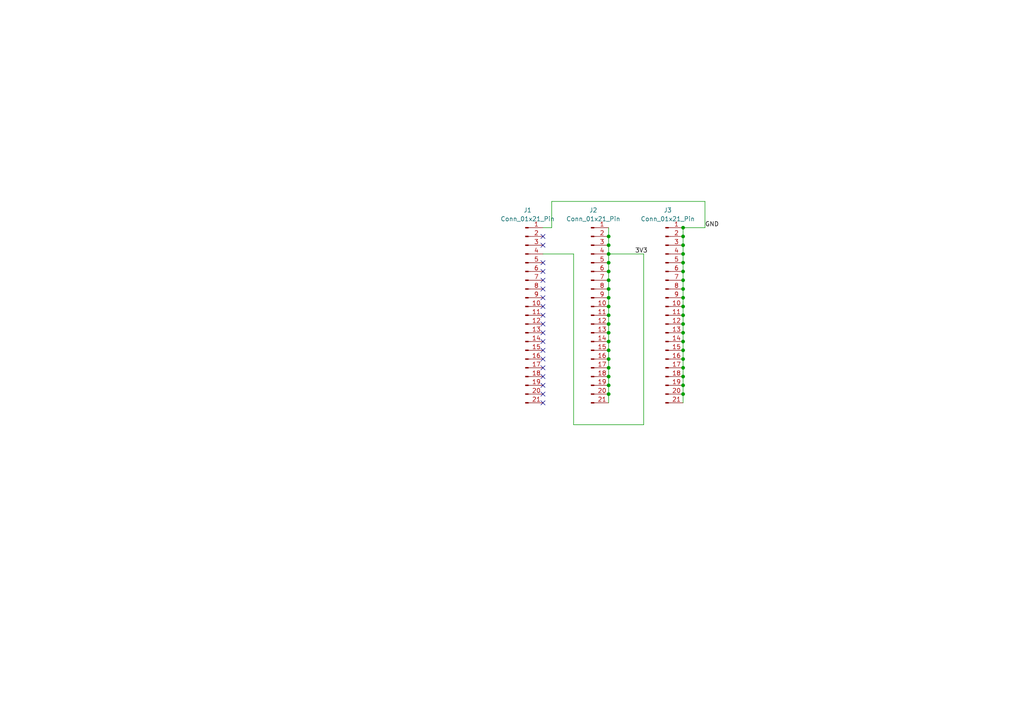
<source format=kicad_sch>
(kicad_sch (version 20231120) (generator "eeschema") (generator_version "8.0")
  (paper "A4")
  (title_block (title "BitMakeLab Kitronit Robotics Board Extension") (date "2024-05-24") (rev "1") (company "Think Create Learn"))
  (lib_symbols
    (symbol "Connector:Conn_01x21_Pin" (pin_names (offset 1.016) hide)
      (property "Reference" "J" (at 0 27.94 0))
      (property "Value" "Conn_01x21_Pin" (at 0 -27.94 0))
      (symbol "Conn_01x21_Pin_1_1"
        (polyline (pts (xy 1.27 -25.4) (xy 0.8636 -25.4)) (stroke (width 0.1524)))
        (polyline (pts (xy 1.27 -22.86) (xy 0.8636 -22.86)) (stroke (width 0.1524)))
        (polyline (pts (xy 1.27 -20.32) (xy 0.8636 -20.32)) (stroke (width 0.1524)))
        (polyline (pts (xy 1.27 -17.78) (xy 0.8636 -17.78)) (stroke (width 0.1524)))
        (polyline (pts (xy 1.27 -15.24) (xy 0.8636 -15.24)) (stroke (width 0.1524)))
        (polyline (pts (xy 1.27 -12.7) (xy 0.8636 -12.7)) (stroke (width 0.1524)))
        (polyline (pts (xy 1.27 -10.16) (xy 0.8636 -10.16)) (stroke (width 0.1524)))
        (polyline (pts (xy 1.27 -7.62) (xy 0.8636 -7.62)) (stroke (width 0.1524)))
        (polyline (pts (xy 1.27 -5.08) (xy 0.8636 -5.08)) (stroke (width 0.1524)))
        (polyline (pts (xy 1.27 -2.54) (xy 0.8636 -2.54)) (stroke (width 0.1524)))
        (polyline (pts (xy 1.27 0) (xy 0.8636 0)) (stroke (width 0.1524)))
        (polyline (pts (xy 1.27 2.54) (xy 0.8636 2.54)) (stroke (width 0.1524)))
        (polyline (pts (xy 1.27 5.08) (xy 0.8636 5.08)) (stroke (width 0.1524)))
        (polyline (pts (xy 1.27 7.62) (xy 0.8636 7.62)) (stroke (width 0.1524)))
        (polyline (pts (xy 1.27 10.16) (xy 0.8636 10.16)) (stroke (width 0.1524)))
        (polyline (pts (xy 1.27 12.7) (xy 0.8636 12.7)) (stroke (width 0.1524)))
        (polyline (pts (xy 1.27 15.24) (xy 0.8636 15.24)) (stroke (width 0.1524)))
        (polyline (pts (xy 1.27 17.78) (xy 0.8636 17.78)) (stroke (width 0.1524)))
        (polyline (pts (xy 1.27 20.32) (xy 0.8636 20.32)) (stroke (width 0.1524)))
        (polyline (pts (xy 1.27 22.86) (xy 0.8636 22.86)) (stroke (width 0.1524)))
        (polyline (pts (xy 1.27 25.4) (xy 0.8636 25.4)) (stroke (width 0.1524)))
        (rectangle (start 0.8636 -25.273) (end 0 -25.527) (stroke (width 0.1524)) (fill (type outline)))
        (rectangle (start 0.8636 -22.733) (end 0 -22.987) (stroke (width 0.1524)) (fill (type outline)))
        (rectangle (start 0.8636 -20.193) (end 0 -20.447) (stroke (width 0.1524)) (fill (type outline)))
        (rectangle (start 0.8636 -17.653) (end 0 -17.907) (stroke (width 0.1524)) (fill (type outline)))
        (rectangle (start 0.8636 -15.113) (end 0 -15.367) (stroke (width 0.1524)) (fill (type outline)))
        (rectangle (start 0.8636 -12.573) (end 0 -12.827) (stroke (width 0.1524)) (fill (type outline)))
        (rectangle (start 0.8636 -10.033) (end 0 -10.287) (stroke (width 0.1524)) (fill (type outline)))
        (rectangle (start 0.8636 -7.493) (end 0 -7.747) (stroke (width 0.1524)) (fill (type outline)))
        (rectangle (start 0.8636 -4.953) (end 0 -5.207) (stroke (width 0.1524)) (fill (type outline)))
        (rectangle (start 0.8636 -2.413) (end 0 -2.667) (stroke (width 0.1524)) (fill (type outline)))
        (rectangle (start 0.8636 0.127) (end 0 -0.127) (stroke (width 0.1524)) (fill (type outline)))
        (rectangle (start 0.8636 2.667) (end 0 2.413) (stroke (width 0.1524)) (fill (type outline)))
        (rectangle (start 0.8636 5.207) (end 0 4.953) (stroke (width 0.1524)) (fill (type outline)))
        (rectangle (start 0.8636 7.747) (end 0 7.493) (stroke (width 0.1524)) (fill (type outline)))
        (rectangle (start 0.8636 10.287) (end 0 10.033) (stroke (width 0.1524)) (fill (type outline)))
        (rectangle (start 0.8636 12.827) (end 0 12.573) (stroke (width 0.1524)) (fill (type outline)))
        (rectangle (start 0.8636 15.367) (end 0 15.113) (stroke (width 0.1524)) (fill (type outline)))
        (rectangle (start 0.8636 17.907) (end 0 17.653) (stroke (width 0.1524)) (fill (type outline)))
        (rectangle (start 0.8636 20.447) (end 0 20.193) (stroke (width 0.1524)) (fill (type outline)))
        (rectangle (start 0.8636 22.987) (end 0 22.733) (stroke (width 0.1524)) (fill (type outline)))
        (rectangle (start 0.8636 25.527) (end 0 25.273) (stroke (width 0.1524)) (fill (type outline)))
        (pin passive line (at 5.08 25.4 180) (length 3.81) (name "Pin_1") (number "1"))
        (pin passive line (at 5.08 2.54 180) (length 3.81) (name "Pin_10") (number "10"))
        (pin passive line (at 5.08 0 180) (length 3.81) (name "Pin_11") (number "11"))
        (pin passive line (at 5.08 -2.54 180) (length 3.81) (name "Pin_12") (number "12"))
        (pin passive line (at 5.08 -5.08 180) (length 3.81) (name "Pin_13") (number "13"))
        (pin passive line (at 5.08 -7.62 180) (length 3.81) (name "Pin_14") (number "14"))
        (pin passive line (at 5.08 -10.16 180) (length 3.81) (name "Pin_15") (number "15"))
        (pin passive line (at 5.08 -12.7 180) (length 3.81) (name "Pin_16") (number "16"))
        (pin passive line (at 5.08 -15.24 180) (length 3.81) (name "Pin_17") (number "17"))
        (pin passive line (at 5.08 -17.78 180) (length 3.81) (name "Pin_18") (number "18"))
        (pin passive line (at 5.08 -20.32 180) (length 3.81) (name "Pin_19") (number "19"))
        (pin passive line (at 5.08 22.86 180) (length 3.81) (name "Pin_2") (number "2"))
        (pin passive line (at 5.08 -22.86 180) (length 3.81) (name "Pin_20") (number "20"))
        (pin passive line (at 5.08 -25.4 180) (length 3.81) (name "Pin_21") (number "21"))
        (pin passive line (at 5.08 20.32 180) (length 3.81) (name "Pin_3") (number "3"))
        (pin passive line (at 5.08 17.78 180) (length 3.81) (name "Pin_4") (number "4"))
        (pin passive line (at 5.08 15.24 180) (length 3.81) (name "Pin_5") (number "5"))
        (pin passive line (at 5.08 12.7 180) (length 3.81) (name "Pin_6") (number "6"))
        (pin passive line (at 5.08 10.16 180) (length 3.81) (name "Pin_7") (number "7"))
        (pin passive line (at 5.08 7.62 180) (length 3.81) (name "Pin_8") (number "8"))
        (pin passive line (at 5.08 5.08 180) (length 3.81) (name "Pin_9") (number "9"))
      )
    )
  )
  (junction (at 176.53 71.12))
  (junction (at 176.53 101.6))
  (junction (at 176.53 106.68))
  (junction (at 198.12 83.82))
  (junction (at 198.12 73.66))
  (junction (at 198.12 111.76))
  (junction (at 198.12 86.36))
  (junction (at 198.12 88.9))
  (junction (at 176.53 109.22))
  (junction (at 198.12 114.3))
  (junction (at 198.12 106.68))
  (junction (at 176.53 68.58))
  (junction (at 176.53 83.82))
  (junction (at 198.12 81.28))
  (junction (at 176.53 86.36))
  (junction (at 198.12 68.58))
  (junction (at 198.12 104.14))
  (junction (at 176.53 114.3))
  (junction (at 198.12 71.12))
  (junction (at 176.53 104.14))
  (junction (at 198.12 66.04))
  (junction (at 198.12 101.6))
  (junction (at 176.53 96.52))
  (junction (at 176.53 73.66))
  (junction (at 176.53 78.74))
  (junction (at 198.12 91.44))
  (junction (at 198.12 76.2))
  (junction (at 176.53 93.98))
  (junction (at 176.53 111.76))
  (junction (at 198.12 99.06))
  (junction (at 176.53 76.2))
  (junction (at 198.12 78.74))
  (junction (at 198.12 96.52))
  (junction (at 176.53 81.28))
  (junction (at 198.12 93.98))
  (junction (at 176.53 88.9))
  (junction (at 176.53 99.06))
  (junction (at 176.53 91.44))
  (junction (at 198.12 109.22))
  (no_connect (at 157.48 68.58))
  (no_connect (at 157.48 114.3))
  (no_connect (at 157.48 99.06))
  (no_connect (at 157.48 83.82))
  (no_connect (at 157.48 96.52))
  (no_connect (at 157.48 106.68))
  (no_connect (at 157.48 78.74))
  (no_connect (at 157.48 88.9))
  (no_connect (at 157.48 81.28))
  (no_connect (at 157.48 86.36))
  (no_connect (at 157.48 71.12))
  (no_connect (at 157.48 111.76))
  (no_connect (at 157.48 109.22))
  (no_connect (at 157.48 101.6))
  (no_connect (at 157.48 93.98))
  (no_connect (at 157.48 76.2))
  (no_connect (at 157.48 104.14))
  (no_connect (at 157.48 116.84))
  (no_connect (at 157.48 91.44))
  (wire (pts (xy 176.53 88.9) (xy 176.53 91.44)))
  (wire (pts (xy 198.12 114.3) (xy 198.12 116.84)))
  (wire (pts (xy 176.53 73.66) (xy 186.69 73.66)))
  (wire (pts (xy 176.53 73.66) (xy 176.53 76.2)))
  (wire (pts (xy 176.53 83.82) (xy 176.53 86.36)))
  (wire (pts (xy 176.53 114.3) (xy 176.53 116.84)))
  (wire (pts (xy 198.12 83.82) (xy 198.12 86.36)))
  (wire (pts (xy 160.02 58.42) (xy 204.47 58.42)))
  (wire (pts (xy 176.53 109.22) (xy 176.53 111.76)))
  (wire (pts (xy 186.69 123.19) (xy 186.69 73.66)))
  (wire (pts (xy 176.53 93.98) (xy 176.53 96.52)))
  (wire (pts (xy 198.12 104.14) (xy 198.12 106.68)))
  (wire (pts (xy 176.53 66.04) (xy 176.53 68.58)))
  (wire (pts (xy 198.12 88.9) (xy 198.12 91.44)))
  (wire (pts (xy 157.48 66.04) (xy 160.02 66.04)))
  (wire (pts (xy 198.12 71.12) (xy 198.12 73.66)))
  (wire (pts (xy 166.37 73.66) (xy 166.37 123.19)))
  (wire (pts (xy 204.47 66.04) (xy 198.12 66.04)))
  (wire (pts (xy 176.53 91.44) (xy 176.53 93.98)))
  (wire (pts (xy 198.12 99.06) (xy 198.12 101.6)))
  (wire (pts (xy 176.53 71.12) (xy 176.53 73.66)))
  (wire (pts (xy 176.53 76.2) (xy 176.53 78.74)))
  (wire (pts (xy 198.12 73.66) (xy 198.12 76.2)))
  (wire (pts (xy 157.48 73.66) (xy 166.37 73.66)))
  (wire (pts (xy 198.12 111.76) (xy 198.12 114.3)))
  (wire (pts (xy 198.12 109.22) (xy 198.12 111.76)))
  (wire (pts (xy 198.12 78.74) (xy 198.12 81.28)))
  (wire (pts (xy 176.53 86.36) (xy 176.53 88.9)))
  (wire (pts (xy 176.53 104.14) (xy 176.53 106.68)))
  (wire (pts (xy 198.12 93.98) (xy 198.12 96.52)))
  (wire (pts (xy 198.12 91.44) (xy 198.12 93.98)))
  (wire (pts (xy 198.12 96.52) (xy 198.12 99.06)))
  (wire (pts (xy 198.12 66.04) (xy 198.12 68.58)))
  (wire (pts (xy 198.12 86.36) (xy 198.12 88.9)))
  (wire (pts (xy 198.12 81.28) (xy 198.12 83.82)))
  (wire (pts (xy 176.53 78.74) (xy 176.53 81.28)))
  (wire (pts (xy 198.12 68.58) (xy 198.12 71.12)))
  (wire (pts (xy 176.53 106.68) (xy 176.53 109.22)))
  (wire (pts (xy 160.02 66.04) (xy 160.02 58.42)))
  (wire (pts (xy 176.53 68.58) (xy 176.53 71.12)))
  (wire (pts (xy 166.37 123.19) (xy 186.69 123.19)))
  (wire (pts (xy 198.12 106.68) (xy 198.12 109.22)))
  (wire (pts (xy 204.47 58.42) (xy 204.47 66.04)))
  (wire (pts (xy 176.53 101.6) (xy 176.53 104.14)))
  (wire (pts (xy 198.12 76.2) (xy 198.12 78.74)))
  (wire (pts (xy 176.53 96.52) (xy 176.53 99.06)))
  (wire (pts (xy 198.12 101.6) (xy 198.12 104.14)))
  (wire (pts (xy 176.53 81.28) (xy 176.53 83.82)))
  (wire (pts (xy 176.53 111.76) (xy 176.53 114.3)))
  (wire (pts (xy 176.53 99.06) (xy 176.53 101.6)))
  (label "3V3" (at 184.15 73.66 0))
  (label "GND" (at 204.47 66.04 0))
  (symbol (lib_id "Connector:Conn_01x21_Pin") (at 152.4 91.44 0) (unit 1)
    (property "Reference" "J1" (at 153.035 60.96 0))
    (property "Value" "Conn_01x21_Pin" (at 153.035 63.5 0))
    (property "Footprint" "Connector_PinHeader_2.54mm:PinHeader_1x21_P2.54mm_Vertical" (effects (hide yes)))
    (property "Description" "Generic connector, single row, 01x21, script generated" (effects (hide yes)))
  )
  (symbol (lib_id "Connector:Conn_01x21_Pin") (at 171.45 91.44 0) (unit 1)
    (property "Reference" "J2" (at 172.085 60.96 0))
    (property "Value" "Conn_01x21_Pin" (at 172.085 63.5 0))
    (property "Footprint" "Connector_PinHeader_2.54mm:PinHeader_1x21_P2.54mm_Vertical" (effects (hide yes)))
    (property "Description" "Generic connector, single row, 01x21, script generated" (effects (hide yes)))
  )
  (symbol (lib_id "Connector:Conn_01x21_Pin") (at 193.04 91.44 0) (unit 1)
    (property "Reference" "J3" (at 193.675 60.96 0))
    (property "Value" "Conn_01x21_Pin" (at 193.675 63.5 0))
    (property "Footprint" "Connector_PinHeader_2.54mm:PinHeader_1x21_P2.54mm_Vertical" (effects (hide yes)))
    (property "Description" "Generic connector, single row, 01x21, script generated" (effects (hide yes)))
  )
)
</source>
